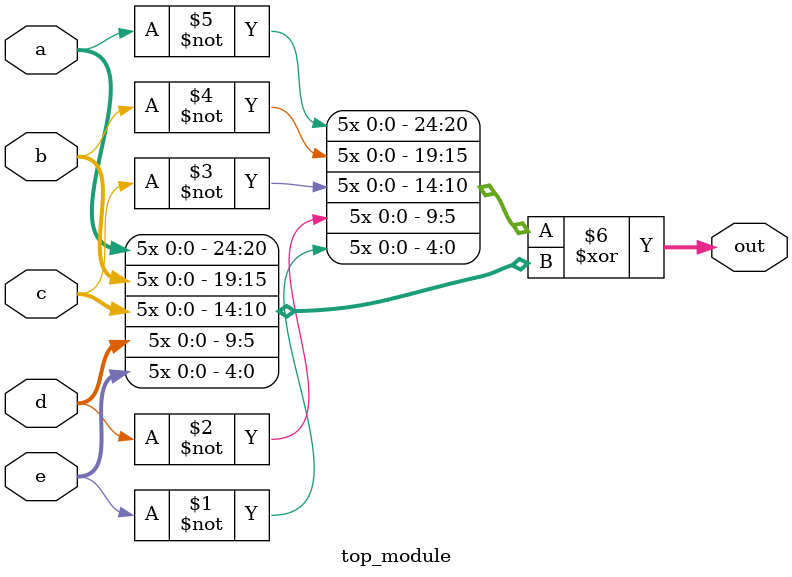
<source format=sv>
module top_module (
  input a,
  input b,
  input c,
  input d,
  input e,
  output [24:0] out
);

  assign out = ({{5{~a}}, {5{~b}}, {5{~c}}, {5{~d}}, {5{~e}}}) ^ ({{5{a}}, {5{b}}, {5{c}}, {5{d}}, {5{e}}});

endmodule

</source>
